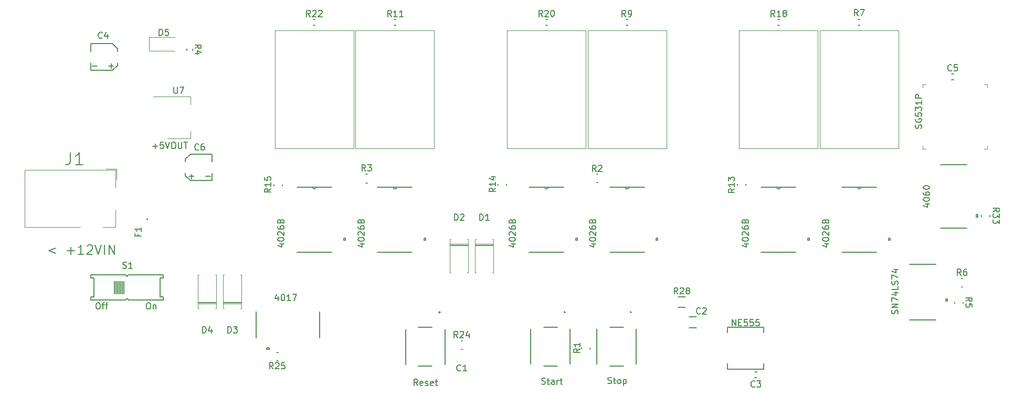
<source format=gbr>
G04 #@! TF.GenerationSoftware,KiCad,Pcbnew,(5.1.4)-1*
G04 #@! TF.CreationDate,2020-03-26T15:58:28-04:00*
G04 #@! TF.ProjectId,counter,636f756e-7465-4722-9e6b-696361645f70,v01*
G04 #@! TF.SameCoordinates,Original*
G04 #@! TF.FileFunction,Legend,Top*
G04 #@! TF.FilePolarity,Positive*
%FSLAX46Y46*%
G04 Gerber Fmt 4.6, Leading zero omitted, Abs format (unit mm)*
G04 Created by KiCad (PCBNEW (5.1.4)-1) date 2020-03-26 15:58:28*
%MOMM*%
%LPD*%
G04 APERTURE LIST*
%ADD10C,0.150000*%
%ADD11C,0.152400*%
%ADD12C,0.127000*%
%ADD13C,0.120000*%
%ADD14C,0.100000*%
%ADD15C,0.200000*%
G04 APERTURE END LIST*
D10*
X88169904Y-118403714D02*
X88169904Y-119070380D01*
X87931809Y-118022761D02*
X87693714Y-118737047D01*
X88312761Y-118737047D01*
X88884190Y-118070380D02*
X88979428Y-118070380D01*
X89074666Y-118118000D01*
X89122285Y-118165619D01*
X89169904Y-118260857D01*
X89217523Y-118451333D01*
X89217523Y-118689428D01*
X89169904Y-118879904D01*
X89122285Y-118975142D01*
X89074666Y-119022761D01*
X88979428Y-119070380D01*
X88884190Y-119070380D01*
X88788952Y-119022761D01*
X88741333Y-118975142D01*
X88693714Y-118879904D01*
X88646095Y-118689428D01*
X88646095Y-118451333D01*
X88693714Y-118260857D01*
X88741333Y-118165619D01*
X88788952Y-118118000D01*
X88884190Y-118070380D01*
X90169904Y-119070380D02*
X89598476Y-119070380D01*
X89884190Y-119070380D02*
X89884190Y-118070380D01*
X89788952Y-118213238D01*
X89693714Y-118308476D01*
X89598476Y-118356095D01*
X90503238Y-118070380D02*
X91169904Y-118070380D01*
X90741333Y-119070380D01*
X161409333Y-123134380D02*
X161409333Y-122134380D01*
X161980761Y-123134380D01*
X161980761Y-122134380D01*
X162456952Y-122610571D02*
X162790285Y-122610571D01*
X162933142Y-123134380D02*
X162456952Y-123134380D01*
X162456952Y-122134380D01*
X162933142Y-122134380D01*
X163837904Y-122134380D02*
X163361714Y-122134380D01*
X163314095Y-122610571D01*
X163361714Y-122562952D01*
X163456952Y-122515333D01*
X163695047Y-122515333D01*
X163790285Y-122562952D01*
X163837904Y-122610571D01*
X163885523Y-122705809D01*
X163885523Y-122943904D01*
X163837904Y-123039142D01*
X163790285Y-123086761D01*
X163695047Y-123134380D01*
X163456952Y-123134380D01*
X163361714Y-123086761D01*
X163314095Y-123039142D01*
X164790285Y-122134380D02*
X164314095Y-122134380D01*
X164266476Y-122610571D01*
X164314095Y-122562952D01*
X164409333Y-122515333D01*
X164647428Y-122515333D01*
X164742666Y-122562952D01*
X164790285Y-122610571D01*
X164837904Y-122705809D01*
X164837904Y-122943904D01*
X164790285Y-123039142D01*
X164742666Y-123086761D01*
X164647428Y-123134380D01*
X164409333Y-123134380D01*
X164314095Y-123086761D01*
X164266476Y-123039142D01*
X165742666Y-122134380D02*
X165266476Y-122134380D01*
X165218857Y-122610571D01*
X165266476Y-122562952D01*
X165361714Y-122515333D01*
X165599809Y-122515333D01*
X165695047Y-122562952D01*
X165742666Y-122610571D01*
X165790285Y-122705809D01*
X165790285Y-122943904D01*
X165742666Y-123039142D01*
X165695047Y-123086761D01*
X165599809Y-123134380D01*
X165361714Y-123134380D01*
X165266476Y-123086761D01*
X165218857Y-123039142D01*
X188110761Y-121197238D02*
X188158380Y-121054380D01*
X188158380Y-120816285D01*
X188110761Y-120721047D01*
X188063142Y-120673428D01*
X187967904Y-120625809D01*
X187872666Y-120625809D01*
X187777428Y-120673428D01*
X187729809Y-120721047D01*
X187682190Y-120816285D01*
X187634571Y-121006761D01*
X187586952Y-121102000D01*
X187539333Y-121149619D01*
X187444095Y-121197238D01*
X187348857Y-121197238D01*
X187253619Y-121149619D01*
X187206000Y-121102000D01*
X187158380Y-121006761D01*
X187158380Y-120768666D01*
X187206000Y-120625809D01*
X188158380Y-120197238D02*
X187158380Y-120197238D01*
X188158380Y-119625809D01*
X187158380Y-119625809D01*
X187158380Y-119244857D02*
X187158380Y-118578190D01*
X188158380Y-119006761D01*
X187491714Y-117768666D02*
X188158380Y-117768666D01*
X187110761Y-118006761D02*
X187825047Y-118244857D01*
X187825047Y-117625809D01*
X188158380Y-116768666D02*
X188158380Y-117244857D01*
X187158380Y-117244857D01*
X188110761Y-116482952D02*
X188158380Y-116340095D01*
X188158380Y-116102000D01*
X188110761Y-116006761D01*
X188063142Y-115959142D01*
X187967904Y-115911523D01*
X187872666Y-115911523D01*
X187777428Y-115959142D01*
X187729809Y-116006761D01*
X187682190Y-116102000D01*
X187634571Y-116292476D01*
X187586952Y-116387714D01*
X187539333Y-116435333D01*
X187444095Y-116482952D01*
X187348857Y-116482952D01*
X187253619Y-116435333D01*
X187206000Y-116387714D01*
X187158380Y-116292476D01*
X187158380Y-116054380D01*
X187206000Y-115911523D01*
X187158380Y-115578190D02*
X187158380Y-114911523D01*
X188158380Y-115340095D01*
X187491714Y-114102000D02*
X188158380Y-114102000D01*
X187110761Y-114340095D02*
X187825047Y-114578190D01*
X187825047Y-113959142D01*
X191920761Y-91258685D02*
X191968380Y-91115828D01*
X191968380Y-90877733D01*
X191920761Y-90782495D01*
X191873142Y-90734876D01*
X191777904Y-90687257D01*
X191682666Y-90687257D01*
X191587428Y-90734876D01*
X191539809Y-90782495D01*
X191492190Y-90877733D01*
X191444571Y-91068209D01*
X191396952Y-91163447D01*
X191349333Y-91211066D01*
X191254095Y-91258685D01*
X191158857Y-91258685D01*
X191063619Y-91211066D01*
X191016000Y-91163447D01*
X190968380Y-91068209D01*
X190968380Y-90830114D01*
X191016000Y-90687257D01*
X191016000Y-89734876D02*
X190968380Y-89830114D01*
X190968380Y-89972971D01*
X191016000Y-90115828D01*
X191111238Y-90211066D01*
X191206476Y-90258685D01*
X191396952Y-90306304D01*
X191539809Y-90306304D01*
X191730285Y-90258685D01*
X191825523Y-90211066D01*
X191920761Y-90115828D01*
X191968380Y-89972971D01*
X191968380Y-89877733D01*
X191920761Y-89734876D01*
X191873142Y-89687257D01*
X191539809Y-89687257D01*
X191539809Y-89877733D01*
X190968380Y-88782495D02*
X190968380Y-89258685D01*
X191444571Y-89306304D01*
X191396952Y-89258685D01*
X191349333Y-89163447D01*
X191349333Y-88925352D01*
X191396952Y-88830114D01*
X191444571Y-88782495D01*
X191539809Y-88734876D01*
X191777904Y-88734876D01*
X191873142Y-88782495D01*
X191920761Y-88830114D01*
X191968380Y-88925352D01*
X191968380Y-89163447D01*
X191920761Y-89258685D01*
X191873142Y-89306304D01*
X190968380Y-88401542D02*
X190968380Y-87782495D01*
X191349333Y-88115828D01*
X191349333Y-87972971D01*
X191396952Y-87877733D01*
X191444571Y-87830114D01*
X191539809Y-87782495D01*
X191777904Y-87782495D01*
X191873142Y-87830114D01*
X191920761Y-87877733D01*
X191968380Y-87972971D01*
X191968380Y-88258685D01*
X191920761Y-88353923D01*
X191873142Y-88401542D01*
X191968380Y-86830114D02*
X191968380Y-87401542D01*
X191968380Y-87115828D02*
X190968380Y-87115828D01*
X191111238Y-87211066D01*
X191206476Y-87306304D01*
X191254095Y-87401542D01*
X191968380Y-86401542D02*
X190968380Y-86401542D01*
X190968380Y-86020590D01*
X191016000Y-85925352D01*
X191063619Y-85877733D01*
X191158857Y-85830114D01*
X191301714Y-85830114D01*
X191396952Y-85877733D01*
X191444571Y-85925352D01*
X191492190Y-86020590D01*
X191492190Y-86401542D01*
X192571714Y-103498495D02*
X193238380Y-103498495D01*
X192190761Y-103736590D02*
X192905047Y-103974685D01*
X192905047Y-103355638D01*
X192238380Y-102784209D02*
X192238380Y-102688971D01*
X192286000Y-102593733D01*
X192333619Y-102546114D01*
X192428857Y-102498495D01*
X192619333Y-102450876D01*
X192857428Y-102450876D01*
X193047904Y-102498495D01*
X193143142Y-102546114D01*
X193190761Y-102593733D01*
X193238380Y-102688971D01*
X193238380Y-102784209D01*
X193190761Y-102879447D01*
X193143142Y-102927066D01*
X193047904Y-102974685D01*
X192857428Y-103022304D01*
X192619333Y-103022304D01*
X192428857Y-102974685D01*
X192333619Y-102927066D01*
X192286000Y-102879447D01*
X192238380Y-102784209D01*
X192238380Y-101593733D02*
X192238380Y-101784209D01*
X192286000Y-101879447D01*
X192333619Y-101927066D01*
X192476476Y-102022304D01*
X192666952Y-102069923D01*
X193047904Y-102069923D01*
X193143142Y-102022304D01*
X193190761Y-101974685D01*
X193238380Y-101879447D01*
X193238380Y-101688971D01*
X193190761Y-101593733D01*
X193143142Y-101546114D01*
X193047904Y-101498495D01*
X192809809Y-101498495D01*
X192714571Y-101546114D01*
X192666952Y-101593733D01*
X192619333Y-101688971D01*
X192619333Y-101879447D01*
X192666952Y-101974685D01*
X192714571Y-102022304D01*
X192809809Y-102069923D01*
X192238380Y-100879447D02*
X192238380Y-100784209D01*
X192286000Y-100688971D01*
X192333619Y-100641352D01*
X192428857Y-100593733D01*
X192619333Y-100546114D01*
X192857428Y-100546114D01*
X193047904Y-100593733D01*
X193143142Y-100641352D01*
X193190761Y-100688971D01*
X193238380Y-100784209D01*
X193238380Y-100879447D01*
X193190761Y-100974685D01*
X193143142Y-101022304D01*
X193047904Y-101069923D01*
X192857428Y-101117542D01*
X192619333Y-101117542D01*
X192428857Y-101069923D01*
X192333619Y-101022304D01*
X192286000Y-100974685D01*
X192238380Y-100879447D01*
X176315714Y-109942095D02*
X176982380Y-109942095D01*
X175934761Y-110180190D02*
X176649047Y-110418285D01*
X176649047Y-109799238D01*
X175982380Y-109227809D02*
X175982380Y-109132571D01*
X176030000Y-109037333D01*
X176077619Y-108989714D01*
X176172857Y-108942095D01*
X176363333Y-108894476D01*
X176601428Y-108894476D01*
X176791904Y-108942095D01*
X176887142Y-108989714D01*
X176934761Y-109037333D01*
X176982380Y-109132571D01*
X176982380Y-109227809D01*
X176934761Y-109323047D01*
X176887142Y-109370666D01*
X176791904Y-109418285D01*
X176601428Y-109465904D01*
X176363333Y-109465904D01*
X176172857Y-109418285D01*
X176077619Y-109370666D01*
X176030000Y-109323047D01*
X175982380Y-109227809D01*
X176077619Y-108513523D02*
X176030000Y-108465904D01*
X175982380Y-108370666D01*
X175982380Y-108132571D01*
X176030000Y-108037333D01*
X176077619Y-107989714D01*
X176172857Y-107942095D01*
X176268095Y-107942095D01*
X176410952Y-107989714D01*
X176982380Y-108561142D01*
X176982380Y-107942095D01*
X175982380Y-107084952D02*
X175982380Y-107275428D01*
X176030000Y-107370666D01*
X176077619Y-107418285D01*
X176220476Y-107513523D01*
X176410952Y-107561142D01*
X176791904Y-107561142D01*
X176887142Y-107513523D01*
X176934761Y-107465904D01*
X176982380Y-107370666D01*
X176982380Y-107180190D01*
X176934761Y-107084952D01*
X176887142Y-107037333D01*
X176791904Y-106989714D01*
X176553809Y-106989714D01*
X176458571Y-107037333D01*
X176410952Y-107084952D01*
X176363333Y-107180190D01*
X176363333Y-107370666D01*
X176410952Y-107465904D01*
X176458571Y-107513523D01*
X176553809Y-107561142D01*
X176458571Y-106227809D02*
X176506190Y-106084952D01*
X176553809Y-106037333D01*
X176649047Y-105989714D01*
X176791904Y-105989714D01*
X176887142Y-106037333D01*
X176934761Y-106084952D01*
X176982380Y-106180190D01*
X176982380Y-106561142D01*
X175982380Y-106561142D01*
X175982380Y-106227809D01*
X176030000Y-106132571D01*
X176077619Y-106084952D01*
X176172857Y-106037333D01*
X176268095Y-106037333D01*
X176363333Y-106084952D01*
X176410952Y-106132571D01*
X176458571Y-106227809D01*
X176458571Y-106561142D01*
X163361714Y-109942095D02*
X164028380Y-109942095D01*
X162980761Y-110180190D02*
X163695047Y-110418285D01*
X163695047Y-109799238D01*
X163028380Y-109227809D02*
X163028380Y-109132571D01*
X163076000Y-109037333D01*
X163123619Y-108989714D01*
X163218857Y-108942095D01*
X163409333Y-108894476D01*
X163647428Y-108894476D01*
X163837904Y-108942095D01*
X163933142Y-108989714D01*
X163980761Y-109037333D01*
X164028380Y-109132571D01*
X164028380Y-109227809D01*
X163980761Y-109323047D01*
X163933142Y-109370666D01*
X163837904Y-109418285D01*
X163647428Y-109465904D01*
X163409333Y-109465904D01*
X163218857Y-109418285D01*
X163123619Y-109370666D01*
X163076000Y-109323047D01*
X163028380Y-109227809D01*
X163123619Y-108513523D02*
X163076000Y-108465904D01*
X163028380Y-108370666D01*
X163028380Y-108132571D01*
X163076000Y-108037333D01*
X163123619Y-107989714D01*
X163218857Y-107942095D01*
X163314095Y-107942095D01*
X163456952Y-107989714D01*
X164028380Y-108561142D01*
X164028380Y-107942095D01*
X163028380Y-107084952D02*
X163028380Y-107275428D01*
X163076000Y-107370666D01*
X163123619Y-107418285D01*
X163266476Y-107513523D01*
X163456952Y-107561142D01*
X163837904Y-107561142D01*
X163933142Y-107513523D01*
X163980761Y-107465904D01*
X164028380Y-107370666D01*
X164028380Y-107180190D01*
X163980761Y-107084952D01*
X163933142Y-107037333D01*
X163837904Y-106989714D01*
X163599809Y-106989714D01*
X163504571Y-107037333D01*
X163456952Y-107084952D01*
X163409333Y-107180190D01*
X163409333Y-107370666D01*
X163456952Y-107465904D01*
X163504571Y-107513523D01*
X163599809Y-107561142D01*
X163504571Y-106227809D02*
X163552190Y-106084952D01*
X163599809Y-106037333D01*
X163695047Y-105989714D01*
X163837904Y-105989714D01*
X163933142Y-106037333D01*
X163980761Y-106084952D01*
X164028380Y-106180190D01*
X164028380Y-106561142D01*
X163028380Y-106561142D01*
X163028380Y-106227809D01*
X163076000Y-106132571D01*
X163123619Y-106084952D01*
X163218857Y-106037333D01*
X163314095Y-106037333D01*
X163409333Y-106084952D01*
X163456952Y-106132571D01*
X163504571Y-106227809D01*
X163504571Y-106561142D01*
X138723714Y-109942095D02*
X139390380Y-109942095D01*
X138342761Y-110180190D02*
X139057047Y-110418285D01*
X139057047Y-109799238D01*
X138390380Y-109227809D02*
X138390380Y-109132571D01*
X138438000Y-109037333D01*
X138485619Y-108989714D01*
X138580857Y-108942095D01*
X138771333Y-108894476D01*
X139009428Y-108894476D01*
X139199904Y-108942095D01*
X139295142Y-108989714D01*
X139342761Y-109037333D01*
X139390380Y-109132571D01*
X139390380Y-109227809D01*
X139342761Y-109323047D01*
X139295142Y-109370666D01*
X139199904Y-109418285D01*
X139009428Y-109465904D01*
X138771333Y-109465904D01*
X138580857Y-109418285D01*
X138485619Y-109370666D01*
X138438000Y-109323047D01*
X138390380Y-109227809D01*
X138485619Y-108513523D02*
X138438000Y-108465904D01*
X138390380Y-108370666D01*
X138390380Y-108132571D01*
X138438000Y-108037333D01*
X138485619Y-107989714D01*
X138580857Y-107942095D01*
X138676095Y-107942095D01*
X138818952Y-107989714D01*
X139390380Y-108561142D01*
X139390380Y-107942095D01*
X138390380Y-107084952D02*
X138390380Y-107275428D01*
X138438000Y-107370666D01*
X138485619Y-107418285D01*
X138628476Y-107513523D01*
X138818952Y-107561142D01*
X139199904Y-107561142D01*
X139295142Y-107513523D01*
X139342761Y-107465904D01*
X139390380Y-107370666D01*
X139390380Y-107180190D01*
X139342761Y-107084952D01*
X139295142Y-107037333D01*
X139199904Y-106989714D01*
X138961809Y-106989714D01*
X138866571Y-107037333D01*
X138818952Y-107084952D01*
X138771333Y-107180190D01*
X138771333Y-107370666D01*
X138818952Y-107465904D01*
X138866571Y-107513523D01*
X138961809Y-107561142D01*
X138866571Y-106227809D02*
X138914190Y-106084952D01*
X138961809Y-106037333D01*
X139057047Y-105989714D01*
X139199904Y-105989714D01*
X139295142Y-106037333D01*
X139342761Y-106084952D01*
X139390380Y-106180190D01*
X139390380Y-106561142D01*
X138390380Y-106561142D01*
X138390380Y-106227809D01*
X138438000Y-106132571D01*
X138485619Y-106084952D01*
X138580857Y-106037333D01*
X138676095Y-106037333D01*
X138771333Y-106084952D01*
X138818952Y-106132571D01*
X138866571Y-106227809D01*
X138866571Y-106561142D01*
X125769714Y-109942095D02*
X126436380Y-109942095D01*
X125388761Y-110180190D02*
X126103047Y-110418285D01*
X126103047Y-109799238D01*
X125436380Y-109227809D02*
X125436380Y-109132571D01*
X125484000Y-109037333D01*
X125531619Y-108989714D01*
X125626857Y-108942095D01*
X125817333Y-108894476D01*
X126055428Y-108894476D01*
X126245904Y-108942095D01*
X126341142Y-108989714D01*
X126388761Y-109037333D01*
X126436380Y-109132571D01*
X126436380Y-109227809D01*
X126388761Y-109323047D01*
X126341142Y-109370666D01*
X126245904Y-109418285D01*
X126055428Y-109465904D01*
X125817333Y-109465904D01*
X125626857Y-109418285D01*
X125531619Y-109370666D01*
X125484000Y-109323047D01*
X125436380Y-109227809D01*
X125531619Y-108513523D02*
X125484000Y-108465904D01*
X125436380Y-108370666D01*
X125436380Y-108132571D01*
X125484000Y-108037333D01*
X125531619Y-107989714D01*
X125626857Y-107942095D01*
X125722095Y-107942095D01*
X125864952Y-107989714D01*
X126436380Y-108561142D01*
X126436380Y-107942095D01*
X125436380Y-107084952D02*
X125436380Y-107275428D01*
X125484000Y-107370666D01*
X125531619Y-107418285D01*
X125674476Y-107513523D01*
X125864952Y-107561142D01*
X126245904Y-107561142D01*
X126341142Y-107513523D01*
X126388761Y-107465904D01*
X126436380Y-107370666D01*
X126436380Y-107180190D01*
X126388761Y-107084952D01*
X126341142Y-107037333D01*
X126245904Y-106989714D01*
X126007809Y-106989714D01*
X125912571Y-107037333D01*
X125864952Y-107084952D01*
X125817333Y-107180190D01*
X125817333Y-107370666D01*
X125864952Y-107465904D01*
X125912571Y-107513523D01*
X126007809Y-107561142D01*
X125912571Y-106227809D02*
X125960190Y-106084952D01*
X126007809Y-106037333D01*
X126103047Y-105989714D01*
X126245904Y-105989714D01*
X126341142Y-106037333D01*
X126388761Y-106084952D01*
X126436380Y-106180190D01*
X126436380Y-106561142D01*
X125436380Y-106561142D01*
X125436380Y-106227809D01*
X125484000Y-106132571D01*
X125531619Y-106084952D01*
X125626857Y-106037333D01*
X125722095Y-106037333D01*
X125817333Y-106084952D01*
X125864952Y-106132571D01*
X125912571Y-106227809D01*
X125912571Y-106561142D01*
X101385714Y-109942095D02*
X102052380Y-109942095D01*
X101004761Y-110180190D02*
X101719047Y-110418285D01*
X101719047Y-109799238D01*
X101052380Y-109227809D02*
X101052380Y-109132571D01*
X101100000Y-109037333D01*
X101147619Y-108989714D01*
X101242857Y-108942095D01*
X101433333Y-108894476D01*
X101671428Y-108894476D01*
X101861904Y-108942095D01*
X101957142Y-108989714D01*
X102004761Y-109037333D01*
X102052380Y-109132571D01*
X102052380Y-109227809D01*
X102004761Y-109323047D01*
X101957142Y-109370666D01*
X101861904Y-109418285D01*
X101671428Y-109465904D01*
X101433333Y-109465904D01*
X101242857Y-109418285D01*
X101147619Y-109370666D01*
X101100000Y-109323047D01*
X101052380Y-109227809D01*
X101147619Y-108513523D02*
X101100000Y-108465904D01*
X101052380Y-108370666D01*
X101052380Y-108132571D01*
X101100000Y-108037333D01*
X101147619Y-107989714D01*
X101242857Y-107942095D01*
X101338095Y-107942095D01*
X101480952Y-107989714D01*
X102052380Y-108561142D01*
X102052380Y-107942095D01*
X101052380Y-107084952D02*
X101052380Y-107275428D01*
X101100000Y-107370666D01*
X101147619Y-107418285D01*
X101290476Y-107513523D01*
X101480952Y-107561142D01*
X101861904Y-107561142D01*
X101957142Y-107513523D01*
X102004761Y-107465904D01*
X102052380Y-107370666D01*
X102052380Y-107180190D01*
X102004761Y-107084952D01*
X101957142Y-107037333D01*
X101861904Y-106989714D01*
X101623809Y-106989714D01*
X101528571Y-107037333D01*
X101480952Y-107084952D01*
X101433333Y-107180190D01*
X101433333Y-107370666D01*
X101480952Y-107465904D01*
X101528571Y-107513523D01*
X101623809Y-107561142D01*
X101528571Y-106227809D02*
X101576190Y-106084952D01*
X101623809Y-106037333D01*
X101719047Y-105989714D01*
X101861904Y-105989714D01*
X101957142Y-106037333D01*
X102004761Y-106084952D01*
X102052380Y-106180190D01*
X102052380Y-106561142D01*
X101052380Y-106561142D01*
X101052380Y-106227809D01*
X101100000Y-106132571D01*
X101147619Y-106084952D01*
X101242857Y-106037333D01*
X101338095Y-106037333D01*
X101433333Y-106084952D01*
X101480952Y-106132571D01*
X101528571Y-106227809D01*
X101528571Y-106561142D01*
X88431714Y-109942095D02*
X89098380Y-109942095D01*
X88050761Y-110180190D02*
X88765047Y-110418285D01*
X88765047Y-109799238D01*
X88098380Y-109227809D02*
X88098380Y-109132571D01*
X88146000Y-109037333D01*
X88193619Y-108989714D01*
X88288857Y-108942095D01*
X88479333Y-108894476D01*
X88717428Y-108894476D01*
X88907904Y-108942095D01*
X89003142Y-108989714D01*
X89050761Y-109037333D01*
X89098380Y-109132571D01*
X89098380Y-109227809D01*
X89050761Y-109323047D01*
X89003142Y-109370666D01*
X88907904Y-109418285D01*
X88717428Y-109465904D01*
X88479333Y-109465904D01*
X88288857Y-109418285D01*
X88193619Y-109370666D01*
X88146000Y-109323047D01*
X88098380Y-109227809D01*
X88193619Y-108513523D02*
X88146000Y-108465904D01*
X88098380Y-108370666D01*
X88098380Y-108132571D01*
X88146000Y-108037333D01*
X88193619Y-107989714D01*
X88288857Y-107942095D01*
X88384095Y-107942095D01*
X88526952Y-107989714D01*
X89098380Y-108561142D01*
X89098380Y-107942095D01*
X88098380Y-107084952D02*
X88098380Y-107275428D01*
X88146000Y-107370666D01*
X88193619Y-107418285D01*
X88336476Y-107513523D01*
X88526952Y-107561142D01*
X88907904Y-107561142D01*
X89003142Y-107513523D01*
X89050761Y-107465904D01*
X89098380Y-107370666D01*
X89098380Y-107180190D01*
X89050761Y-107084952D01*
X89003142Y-107037333D01*
X88907904Y-106989714D01*
X88669809Y-106989714D01*
X88574571Y-107037333D01*
X88526952Y-107084952D01*
X88479333Y-107180190D01*
X88479333Y-107370666D01*
X88526952Y-107465904D01*
X88574571Y-107513523D01*
X88669809Y-107561142D01*
X88574571Y-106227809D02*
X88622190Y-106084952D01*
X88669809Y-106037333D01*
X88765047Y-105989714D01*
X88907904Y-105989714D01*
X89003142Y-106037333D01*
X89050761Y-106084952D01*
X89098380Y-106180190D01*
X89098380Y-106561142D01*
X88098380Y-106561142D01*
X88098380Y-106227809D01*
X88146000Y-106132571D01*
X88193619Y-106084952D01*
X88288857Y-106037333D01*
X88384095Y-106037333D01*
X88479333Y-106084952D01*
X88526952Y-106132571D01*
X88574571Y-106227809D01*
X88574571Y-106561142D01*
X141373409Y-132433961D02*
X141516266Y-132481580D01*
X141754361Y-132481580D01*
X141849600Y-132433961D01*
X141897219Y-132386342D01*
X141944838Y-132291104D01*
X141944838Y-132195866D01*
X141897219Y-132100628D01*
X141849600Y-132053009D01*
X141754361Y-132005390D01*
X141563885Y-131957771D01*
X141468647Y-131910152D01*
X141421028Y-131862533D01*
X141373409Y-131767295D01*
X141373409Y-131672057D01*
X141421028Y-131576819D01*
X141468647Y-131529200D01*
X141563885Y-131481580D01*
X141801980Y-131481580D01*
X141944838Y-131529200D01*
X142230552Y-131814914D02*
X142611504Y-131814914D01*
X142373409Y-131481580D02*
X142373409Y-132338723D01*
X142421028Y-132433961D01*
X142516266Y-132481580D01*
X142611504Y-132481580D01*
X143087695Y-132481580D02*
X142992457Y-132433961D01*
X142944838Y-132386342D01*
X142897219Y-132291104D01*
X142897219Y-132005390D01*
X142944838Y-131910152D01*
X142992457Y-131862533D01*
X143087695Y-131814914D01*
X143230552Y-131814914D01*
X143325790Y-131862533D01*
X143373409Y-131910152D01*
X143421028Y-132005390D01*
X143421028Y-132291104D01*
X143373409Y-132386342D01*
X143325790Y-132433961D01*
X143230552Y-132481580D01*
X143087695Y-132481580D01*
X143849600Y-131814914D02*
X143849600Y-132814914D01*
X143849600Y-131862533D02*
X143944838Y-131814914D01*
X144135314Y-131814914D01*
X144230552Y-131862533D01*
X144278171Y-131910152D01*
X144325790Y-132005390D01*
X144325790Y-132291104D01*
X144278171Y-132386342D01*
X144230552Y-132433961D01*
X144135314Y-132481580D01*
X143944838Y-132481580D01*
X143849600Y-132433961D01*
X130664152Y-132535561D02*
X130807009Y-132583180D01*
X131045104Y-132583180D01*
X131140342Y-132535561D01*
X131187961Y-132487942D01*
X131235580Y-132392704D01*
X131235580Y-132297466D01*
X131187961Y-132202228D01*
X131140342Y-132154609D01*
X131045104Y-132106990D01*
X130854628Y-132059371D01*
X130759390Y-132011752D01*
X130711771Y-131964133D01*
X130664152Y-131868895D01*
X130664152Y-131773657D01*
X130711771Y-131678419D01*
X130759390Y-131630800D01*
X130854628Y-131583180D01*
X131092723Y-131583180D01*
X131235580Y-131630800D01*
X131521295Y-131916514D02*
X131902247Y-131916514D01*
X131664152Y-131583180D02*
X131664152Y-132440323D01*
X131711771Y-132535561D01*
X131807009Y-132583180D01*
X131902247Y-132583180D01*
X132664152Y-132583180D02*
X132664152Y-132059371D01*
X132616533Y-131964133D01*
X132521295Y-131916514D01*
X132330819Y-131916514D01*
X132235580Y-131964133D01*
X132664152Y-132535561D02*
X132568914Y-132583180D01*
X132330819Y-132583180D01*
X132235580Y-132535561D01*
X132187961Y-132440323D01*
X132187961Y-132345085D01*
X132235580Y-132249847D01*
X132330819Y-132202228D01*
X132568914Y-132202228D01*
X132664152Y-132154609D01*
X133140342Y-132583180D02*
X133140342Y-131916514D01*
X133140342Y-132106990D02*
X133187961Y-132011752D01*
X133235580Y-131964133D01*
X133330819Y-131916514D01*
X133426057Y-131916514D01*
X133616533Y-131916514D02*
X133997485Y-131916514D01*
X133759390Y-131583180D02*
X133759390Y-132440323D01*
X133807009Y-132535561D01*
X133902247Y-132583180D01*
X133997485Y-132583180D01*
X110674304Y-132786380D02*
X110340971Y-132310190D01*
X110102876Y-132786380D02*
X110102876Y-131786380D01*
X110483828Y-131786380D01*
X110579066Y-131834000D01*
X110626685Y-131881619D01*
X110674304Y-131976857D01*
X110674304Y-132119714D01*
X110626685Y-132214952D01*
X110579066Y-132262571D01*
X110483828Y-132310190D01*
X110102876Y-132310190D01*
X111483828Y-132738761D02*
X111388590Y-132786380D01*
X111198114Y-132786380D01*
X111102876Y-132738761D01*
X111055257Y-132643523D01*
X111055257Y-132262571D01*
X111102876Y-132167333D01*
X111198114Y-132119714D01*
X111388590Y-132119714D01*
X111483828Y-132167333D01*
X111531447Y-132262571D01*
X111531447Y-132357809D01*
X111055257Y-132453047D01*
X111912400Y-132738761D02*
X112007638Y-132786380D01*
X112198114Y-132786380D01*
X112293352Y-132738761D01*
X112340971Y-132643523D01*
X112340971Y-132595904D01*
X112293352Y-132500666D01*
X112198114Y-132453047D01*
X112055257Y-132453047D01*
X111960019Y-132405428D01*
X111912400Y-132310190D01*
X111912400Y-132262571D01*
X111960019Y-132167333D01*
X112055257Y-132119714D01*
X112198114Y-132119714D01*
X112293352Y-132167333D01*
X113150495Y-132738761D02*
X113055257Y-132786380D01*
X112864780Y-132786380D01*
X112769542Y-132738761D01*
X112721923Y-132643523D01*
X112721923Y-132262571D01*
X112769542Y-132167333D01*
X112864780Y-132119714D01*
X113055257Y-132119714D01*
X113150495Y-132167333D01*
X113198114Y-132262571D01*
X113198114Y-132357809D01*
X112721923Y-132453047D01*
X113483828Y-132119714D02*
X113864780Y-132119714D01*
X113626685Y-131786380D02*
X113626685Y-132643523D01*
X113674304Y-132738761D01*
X113769542Y-132786380D01*
X113864780Y-132786380D01*
X67948514Y-94153028D02*
X68710419Y-94153028D01*
X68329466Y-94533980D02*
X68329466Y-93772076D01*
X69662800Y-93533980D02*
X69186609Y-93533980D01*
X69138990Y-94010171D01*
X69186609Y-93962552D01*
X69281847Y-93914933D01*
X69519942Y-93914933D01*
X69615180Y-93962552D01*
X69662800Y-94010171D01*
X69710419Y-94105409D01*
X69710419Y-94343504D01*
X69662800Y-94438742D01*
X69615180Y-94486361D01*
X69519942Y-94533980D01*
X69281847Y-94533980D01*
X69186609Y-94486361D01*
X69138990Y-94438742D01*
X69996133Y-93533980D02*
X70329466Y-94533980D01*
X70662800Y-93533980D01*
X71186609Y-93533980D02*
X71377085Y-93533980D01*
X71472323Y-93581600D01*
X71567561Y-93676838D01*
X71615180Y-93867314D01*
X71615180Y-94200647D01*
X71567561Y-94391123D01*
X71472323Y-94486361D01*
X71377085Y-94533980D01*
X71186609Y-94533980D01*
X71091371Y-94486361D01*
X70996133Y-94391123D01*
X70948514Y-94200647D01*
X70948514Y-93867314D01*
X70996133Y-93676838D01*
X71091371Y-93581600D01*
X71186609Y-93533980D01*
X72043752Y-93533980D02*
X72043752Y-94343504D01*
X72091371Y-94438742D01*
X72138990Y-94486361D01*
X72234228Y-94533980D01*
X72424704Y-94533980D01*
X72519942Y-94486361D01*
X72567561Y-94438742D01*
X72615180Y-94343504D01*
X72615180Y-93533980D01*
X72948514Y-93533980D02*
X73519942Y-93533980D01*
X73234228Y-94533980D02*
X73234228Y-93533980D01*
X52295942Y-110600371D02*
X51153085Y-111028942D01*
X52295942Y-111457514D01*
X54153085Y-111028942D02*
X55295942Y-111028942D01*
X54724514Y-111600371D02*
X54724514Y-110457514D01*
X56795942Y-111600371D02*
X55938800Y-111600371D01*
X56367371Y-111600371D02*
X56367371Y-110100371D01*
X56224514Y-110314657D01*
X56081657Y-110457514D01*
X55938800Y-110528942D01*
X57367371Y-110243228D02*
X57438800Y-110171800D01*
X57581657Y-110100371D01*
X57938800Y-110100371D01*
X58081657Y-110171800D01*
X58153085Y-110243228D01*
X58224514Y-110386085D01*
X58224514Y-110528942D01*
X58153085Y-110743228D01*
X57295942Y-111600371D01*
X58224514Y-111600371D01*
X58653085Y-110100371D02*
X59153085Y-111600371D01*
X59653085Y-110100371D01*
X60153085Y-111600371D02*
X60153085Y-110100371D01*
X60867371Y-111600371D02*
X60867371Y-110100371D01*
X61724514Y-111600371D01*
X61724514Y-110100371D01*
X77215952Y-99013971D02*
X76454047Y-99013971D01*
X74548952Y-99013971D02*
X73787047Y-99013971D01*
X74168000Y-98633019D02*
X74168000Y-99394923D01*
X60833047Y-81199028D02*
X61594952Y-81199028D01*
X61214000Y-81579980D02*
X61214000Y-80818076D01*
X58166047Y-81199028D02*
X58927952Y-81199028D01*
X67143380Y-119441980D02*
X67333857Y-119441980D01*
X67429095Y-119489600D01*
X67524333Y-119584838D01*
X67571952Y-119775314D01*
X67571952Y-120108647D01*
X67524333Y-120299123D01*
X67429095Y-120394361D01*
X67333857Y-120441980D01*
X67143380Y-120441980D01*
X67048142Y-120394361D01*
X66952904Y-120299123D01*
X66905285Y-120108647D01*
X66905285Y-119775314D01*
X66952904Y-119584838D01*
X67048142Y-119489600D01*
X67143380Y-119441980D01*
X68000523Y-119775314D02*
X68000523Y-120441980D01*
X68000523Y-119870552D02*
X68048142Y-119822933D01*
X68143380Y-119775314D01*
X68286238Y-119775314D01*
X68381476Y-119822933D01*
X68429095Y-119918171D01*
X68429095Y-120441980D01*
X59023333Y-119441980D02*
X59213809Y-119441980D01*
X59309047Y-119489600D01*
X59404285Y-119584838D01*
X59451904Y-119775314D01*
X59451904Y-120108647D01*
X59404285Y-120299123D01*
X59309047Y-120394361D01*
X59213809Y-120441980D01*
X59023333Y-120441980D01*
X58928095Y-120394361D01*
X58832857Y-120299123D01*
X58785238Y-120108647D01*
X58785238Y-119775314D01*
X58832857Y-119584838D01*
X58928095Y-119489600D01*
X59023333Y-119441980D01*
X59737619Y-119775314D02*
X60118571Y-119775314D01*
X59880476Y-120441980D02*
X59880476Y-119584838D01*
X59928095Y-119489600D01*
X60023333Y-119441980D01*
X60118571Y-119441980D01*
X60309047Y-119775314D02*
X60690000Y-119775314D01*
X60451904Y-120441980D02*
X60451904Y-119584838D01*
X60499523Y-119489600D01*
X60594761Y-119441980D01*
X60690000Y-119441980D01*
D11*
X67132200Y-105930700D02*
G75*
G03X67132200Y-105930700I-76200J0D01*
G01*
D12*
X162261000Y-100430000D02*
X162261000Y-100230000D01*
X163621000Y-100430000D02*
X163621000Y-100230000D01*
X107120000Y-74648000D02*
X106880000Y-74648000D01*
X107120000Y-73688000D02*
X106880000Y-73688000D01*
D11*
X141648000Y-111245100D02*
X147236000Y-111245100D01*
X147236000Y-100754900D02*
X141648000Y-100754900D01*
X149407700Y-108984500D02*
X149407700Y-109365500D01*
X149407700Y-109365500D02*
X149153700Y-109365500D01*
X149153700Y-109365500D02*
X149153700Y-108984500D01*
X149153700Y-108984500D02*
X149407700Y-108984500D01*
X144137200Y-100754900D02*
G75*
G03X144746800Y-100754900I304800J0D01*
G01*
D13*
X113350000Y-75475000D02*
X113350000Y-94525000D01*
X100650000Y-75475000D02*
X100650000Y-94525000D01*
X100650000Y-94525000D02*
X113350000Y-94525000D01*
X113350000Y-75475000D02*
X100650000Y-75475000D01*
D12*
X87458000Y-100557000D02*
X87458000Y-100357000D01*
X88818000Y-100557000D02*
X88818000Y-100357000D01*
D11*
X190030100Y-122224800D02*
X194271900Y-122224800D01*
X194271900Y-113233200D02*
X190030100Y-113233200D01*
X196113400Y-118808500D02*
X196113400Y-119189500D01*
X196113400Y-119189500D02*
X195859400Y-119189500D01*
X195859400Y-119189500D02*
X195859400Y-118808500D01*
X195859400Y-118808500D02*
X196113400Y-118808500D01*
D12*
X154497000Y-121655000D02*
X155637000Y-121655000D01*
X154497000Y-123455000D02*
X155637000Y-123455000D01*
X165377000Y-130614000D02*
X165077000Y-130614000D01*
X165377000Y-131514000D02*
X165077000Y-131514000D01*
X62221000Y-78406000D02*
X61421000Y-77606000D01*
X62221000Y-78806000D02*
X62221000Y-78406000D01*
X57921000Y-77606000D02*
X61421000Y-77606000D01*
X57921000Y-78806000D02*
X57921000Y-77606000D01*
X62221000Y-81106000D02*
X61421000Y-81906000D01*
X62221000Y-80706000D02*
X62221000Y-81106000D01*
X57921000Y-81906000D02*
X61421000Y-81906000D01*
X57921000Y-80706000D02*
X57921000Y-81906000D01*
X197127000Y-83381000D02*
X196827000Y-83381000D01*
X197127000Y-82481000D02*
X196827000Y-82481000D01*
X77511800Y-96611400D02*
X77511800Y-95411400D01*
X77511800Y-95411400D02*
X74011800Y-95411400D01*
X73211800Y-96611400D02*
X73211800Y-96211400D01*
X73211800Y-96211400D02*
X74011800Y-95411400D01*
X77511800Y-98511400D02*
X77511800Y-99711400D01*
X77511800Y-99711400D02*
X74011800Y-99711400D01*
X73211800Y-98511400D02*
X73211800Y-98911400D01*
X73211800Y-98911400D02*
X74011800Y-99711400D01*
D13*
X71450000Y-76600900D02*
X67365000Y-76600900D01*
X67365000Y-76600900D02*
X67365000Y-78770900D01*
X67365000Y-78770900D02*
X71450000Y-78770900D01*
X56287000Y-107216000D02*
X47287000Y-107216000D01*
X47287000Y-107216000D02*
X47287000Y-98016000D01*
X47287000Y-98016000D02*
X61887000Y-98016000D01*
X61887000Y-98016000D02*
X61887000Y-100816000D01*
X61887000Y-104416000D02*
X61887000Y-107216000D01*
X61887000Y-107216000D02*
X59887000Y-107216000D01*
X60387000Y-97776000D02*
X62127000Y-97776000D01*
X62127000Y-97776000D02*
X62127000Y-99516000D01*
D11*
X181579200Y-100754900D02*
G75*
G03X182188800Y-100754900I304800J0D01*
G01*
X186595700Y-108984500D02*
X186849700Y-108984500D01*
X186595700Y-109365500D02*
X186595700Y-108984500D01*
X186849700Y-109365500D02*
X186595700Y-109365500D01*
X186849700Y-108984500D02*
X186849700Y-109365500D01*
X184678000Y-100754900D02*
X179090000Y-100754900D01*
X179090000Y-111245100D02*
X184678000Y-111245100D01*
X166090000Y-111245100D02*
X171678000Y-111245100D01*
X171678000Y-100754900D02*
X166090000Y-100754900D01*
X173849700Y-108984500D02*
X173849700Y-109365500D01*
X173849700Y-109365500D02*
X173595700Y-109365500D01*
X173595700Y-109365500D02*
X173595700Y-108984500D01*
X173595700Y-108984500D02*
X173849700Y-108984500D01*
X168579200Y-100754900D02*
G75*
G03X169188800Y-100754900I304800J0D01*
G01*
X106695200Y-100754900D02*
G75*
G03X107304800Y-100754900I304800J0D01*
G01*
X111711700Y-108984500D02*
X111965700Y-108984500D01*
X111711700Y-109365500D02*
X111711700Y-108984500D01*
X111965700Y-109365500D02*
X111711700Y-109365500D01*
X111965700Y-108984500D02*
X111965700Y-109365500D01*
X109794000Y-100754900D02*
X104206000Y-100754900D01*
X104206000Y-111245100D02*
X109794000Y-111245100D01*
X91206000Y-111245100D02*
X96794000Y-111245100D01*
X96794000Y-100754900D02*
X91206000Y-100754900D01*
X98965700Y-108984500D02*
X98965700Y-109365500D01*
X98965700Y-109365500D02*
X98711700Y-109365500D01*
X98711700Y-109365500D02*
X98711700Y-108984500D01*
X98711700Y-108984500D02*
X98965700Y-108984500D01*
X93695200Y-100754900D02*
G75*
G03X94304800Y-100754900I304800J0D01*
G01*
D12*
X137115000Y-126846000D02*
X137115000Y-126646000D01*
X138475000Y-126846000D02*
X138475000Y-126646000D01*
X139536500Y-99994000D02*
X139736500Y-99994000D01*
X139536500Y-98634000D02*
X139736500Y-98634000D01*
X102525500Y-98697500D02*
X102325500Y-98697500D01*
X102525500Y-100057500D02*
X102325500Y-100057500D01*
X74394000Y-78416800D02*
X74394000Y-78656800D01*
X73434000Y-78416800D02*
X73434000Y-78656800D01*
X197313000Y-119480000D02*
X197313000Y-119280000D01*
X198673000Y-119480000D02*
X198673000Y-119280000D01*
X198601000Y-115525000D02*
X198401000Y-115525000D01*
X198601000Y-116885000D02*
X198401000Y-116885000D01*
X182004000Y-73688000D02*
X181764000Y-73688000D01*
X182004000Y-74648000D02*
X181764000Y-74648000D01*
X144562000Y-74648000D02*
X144322000Y-74648000D01*
X144562000Y-73688000D02*
X144322000Y-73688000D01*
X123614900Y-100430000D02*
X123614900Y-100230000D01*
X124974900Y-100430000D02*
X124974900Y-100230000D01*
X169004000Y-74648000D02*
X168764000Y-74648000D01*
X169004000Y-73688000D02*
X168764000Y-73688000D01*
X131562000Y-73688000D02*
X131322000Y-73688000D01*
X131562000Y-74648000D02*
X131322000Y-74648000D01*
X94120000Y-73688000D02*
X93880000Y-73688000D01*
X94120000Y-74648000D02*
X93880000Y-74648000D01*
X117680000Y-125558000D02*
X117880000Y-125558000D01*
X117680000Y-126918000D02*
X117880000Y-126918000D01*
X88123700Y-127414740D02*
X87923700Y-127414740D01*
X88123700Y-128774740D02*
X87923700Y-128774740D01*
X153833600Y-120159200D02*
X152693600Y-120159200D01*
X153833600Y-118499200D02*
X152693600Y-118499200D01*
X201631000Y-105297500D02*
X201631000Y-105497500D01*
X202991000Y-105297500D02*
X202991000Y-105497500D01*
D11*
X131137200Y-100754900D02*
G75*
G03X131746800Y-100754900I304800J0D01*
G01*
X136153700Y-108984500D02*
X136407700Y-108984500D01*
X136153700Y-109365500D02*
X136153700Y-108984500D01*
X136407700Y-109365500D02*
X136153700Y-109365500D01*
X136407700Y-108984500D02*
X136407700Y-109365500D01*
X134236000Y-100754900D02*
X128648000Y-100754900D01*
X128648000Y-111245100D02*
X134236000Y-111245100D01*
X84574200Y-120865900D02*
X84574200Y-125107700D01*
X94835800Y-125107700D02*
X94835800Y-120865900D01*
X86720500Y-126949200D02*
X86339500Y-126949200D01*
X86339500Y-126949200D02*
X86339500Y-126695200D01*
X86339500Y-126695200D02*
X86720500Y-126695200D01*
X86720500Y-126695200D02*
X86720500Y-126949200D01*
X194983100Y-107365800D02*
X199224900Y-107365800D01*
X199224900Y-97104200D02*
X194983100Y-97104200D01*
X201066400Y-105219500D02*
X201066400Y-105600500D01*
X201066400Y-105600500D02*
X200812400Y-105600500D01*
X200812400Y-105600500D02*
X200812400Y-105219500D01*
X200812400Y-105219500D02*
X201066400Y-105219500D01*
X160655000Y-130124200D02*
X166497000Y-130124200D01*
X166497000Y-130124200D02*
X166497000Y-129263140D01*
X166497000Y-123367800D02*
X160655000Y-123367800D01*
X160655000Y-123367800D02*
X160655000Y-124228860D01*
X160655000Y-129263140D02*
X160655000Y-130124200D01*
X166497000Y-124228860D02*
X166497000Y-123367800D01*
D13*
X74046000Y-92945000D02*
X74046000Y-91685000D01*
X74046000Y-86125000D02*
X74046000Y-87385000D01*
X70286000Y-92945000D02*
X74046000Y-92945000D01*
X68036000Y-86125000D02*
X74046000Y-86125000D01*
D14*
X202538000Y-94598000D02*
X202538000Y-94098000D01*
X202538000Y-94598000D02*
X202038000Y-94598000D01*
X192168000Y-94588000D02*
X192668000Y-94588000D01*
X192168000Y-94588000D02*
X192168000Y-94088000D01*
X192148000Y-84198000D02*
X192148000Y-84698000D01*
X192148000Y-84198000D02*
X192648000Y-84198000D01*
X202548000Y-84198000D02*
X202548000Y-84698000D01*
X202548000Y-84198000D02*
X202048000Y-84198000D01*
D13*
X122882000Y-109947000D02*
X119942000Y-109947000D01*
X122882000Y-110187000D02*
X119942000Y-110187000D01*
X122882000Y-110067000D02*
X119942000Y-110067000D01*
X119942000Y-114607000D02*
X120072000Y-114607000D01*
X119942000Y-109167000D02*
X119942000Y-114607000D01*
X120072000Y-109167000D02*
X119942000Y-109167000D01*
X122882000Y-114607000D02*
X122752000Y-114607000D01*
X122882000Y-109167000D02*
X122882000Y-114607000D01*
X122752000Y-109167000D02*
X122882000Y-109167000D01*
X118688000Y-109167000D02*
X118818000Y-109167000D01*
X118818000Y-109167000D02*
X118818000Y-114607000D01*
X118818000Y-114607000D02*
X118688000Y-114607000D01*
X116008000Y-109167000D02*
X115878000Y-109167000D01*
X115878000Y-109167000D02*
X115878000Y-114607000D01*
X115878000Y-114607000D02*
X116008000Y-114607000D01*
X118818000Y-110067000D02*
X115878000Y-110067000D01*
X118818000Y-110187000D02*
X115878000Y-110187000D01*
X118818000Y-109947000D02*
X115878000Y-109947000D01*
X79302000Y-119542000D02*
X82242000Y-119542000D01*
X79302000Y-119302000D02*
X82242000Y-119302000D01*
X79302000Y-119422000D02*
X82242000Y-119422000D01*
X82242000Y-114882000D02*
X82112000Y-114882000D01*
X82242000Y-120322000D02*
X82242000Y-114882000D01*
X82112000Y-120322000D02*
X82242000Y-120322000D01*
X79302000Y-114882000D02*
X79432000Y-114882000D01*
X79302000Y-120322000D02*
X79302000Y-114882000D01*
X79432000Y-120322000D02*
X79302000Y-120322000D01*
X75368000Y-120322000D02*
X75238000Y-120322000D01*
X75238000Y-120322000D02*
X75238000Y-114882000D01*
X75238000Y-114882000D02*
X75368000Y-114882000D01*
X78048000Y-120322000D02*
X78178000Y-120322000D01*
X78178000Y-120322000D02*
X78178000Y-114882000D01*
X78178000Y-114882000D02*
X78048000Y-114882000D01*
X75238000Y-119422000D02*
X78178000Y-119422000D01*
X75238000Y-119302000D02*
X78178000Y-119302000D01*
X75238000Y-119542000D02*
X78178000Y-119542000D01*
X100350000Y-75475000D02*
X100350000Y-94525000D01*
X87650000Y-75475000D02*
X87650000Y-94525000D01*
X87650000Y-94525000D02*
X100350000Y-94525000D01*
X100350000Y-75475000D02*
X87650000Y-75475000D01*
X188234000Y-75475000D02*
X188234000Y-94525000D01*
X175534000Y-75475000D02*
X175534000Y-94525000D01*
X175534000Y-94525000D02*
X188234000Y-94525000D01*
X188234000Y-75475000D02*
X175534000Y-75475000D01*
X175234000Y-75475000D02*
X162534000Y-75475000D01*
X162534000Y-94525000D02*
X175234000Y-94525000D01*
X162534000Y-75475000D02*
X162534000Y-94525000D01*
X175234000Y-75475000D02*
X175234000Y-94525000D01*
X150792000Y-75475000D02*
X150792000Y-94525000D01*
X138092000Y-75475000D02*
X138092000Y-94525000D01*
X138092000Y-94525000D02*
X150792000Y-94525000D01*
X150792000Y-75475000D02*
X138092000Y-75475000D01*
X137792000Y-75475000D02*
X125092000Y-75475000D01*
X125092000Y-94525000D02*
X137792000Y-94525000D01*
X125092000Y-75475000D02*
X125092000Y-94525000D01*
X137792000Y-75475000D02*
X137792000Y-94525000D01*
D12*
X57912000Y-114935000D02*
X63500000Y-114935000D01*
X63500000Y-114935000D02*
X63754000Y-115189000D01*
X63754000Y-115189000D02*
X64008000Y-114935000D01*
X64008000Y-114935000D02*
X69596000Y-114935000D01*
X69596000Y-114935000D02*
X69596000Y-115443000D01*
X69596000Y-115443000D02*
X69088000Y-115443000D01*
X69088000Y-115443000D02*
X69088000Y-118491000D01*
X69088000Y-118491000D02*
X69596000Y-118491000D01*
X69596000Y-118491000D02*
X69596000Y-118999000D01*
X69596000Y-118999000D02*
X64008000Y-118999000D01*
X64008000Y-118999000D02*
X63754000Y-118745000D01*
X63754000Y-118745000D02*
X63500000Y-118999000D01*
X63500000Y-118999000D02*
X57912000Y-118999000D01*
X57912000Y-118999000D02*
X57912000Y-118491000D01*
X57912000Y-118491000D02*
X58420000Y-118491000D01*
X58420000Y-118491000D02*
X58420000Y-115443000D01*
X58420000Y-115443000D02*
X57912000Y-115443000D01*
X57912000Y-115443000D02*
X57912000Y-114935000D01*
X61722000Y-115951000D02*
X61722000Y-117983000D01*
X61976000Y-117983000D02*
X61976000Y-115951000D01*
X62230000Y-115951000D02*
X62230000Y-117983000D01*
X62484000Y-117983000D02*
X62484000Y-115951000D01*
X62738000Y-115951000D02*
X62738000Y-117983000D01*
X62992000Y-117983000D02*
X62992000Y-115951000D01*
X63246000Y-115951000D02*
X63246000Y-117983000D01*
X145898000Y-123642000D02*
X145898000Y-129342000D01*
X139598000Y-123642000D02*
X139598000Y-129342000D01*
X143848000Y-129642000D02*
X141648000Y-129642000D01*
X141648000Y-123342000D02*
X143848000Y-123342000D01*
D15*
X145148000Y-120942000D02*
G75*
G03X145148000Y-120942000I-100000J0D01*
G01*
X134480000Y-120942000D02*
G75*
G03X134480000Y-120942000I-100000J0D01*
G01*
D12*
X130980000Y-123342000D02*
X133180000Y-123342000D01*
X133180000Y-129642000D02*
X130980000Y-129642000D01*
X128930000Y-123642000D02*
X128930000Y-129342000D01*
X135230000Y-123642000D02*
X135230000Y-129342000D01*
X115049700Y-123680100D02*
X115049700Y-129380100D01*
X108749700Y-123680100D02*
X108749700Y-129380100D01*
X112999700Y-129680100D02*
X110799700Y-129680100D01*
X110799700Y-123380100D02*
X112999700Y-123380100D01*
D15*
X114299700Y-120980100D02*
G75*
G03X114299700Y-120980100I-100000J0D01*
G01*
D10*
X65562171Y-108334133D02*
X65562171Y-108667466D01*
X66085980Y-108667466D02*
X65085980Y-108667466D01*
X65085980Y-108191276D01*
X66085980Y-107286514D02*
X66085980Y-107857942D01*
X66085980Y-107572228D02*
X65085980Y-107572228D01*
X65228838Y-107667466D01*
X65324076Y-107762704D01*
X65371695Y-107857942D01*
X161767780Y-101049057D02*
X161291590Y-101382390D01*
X161767780Y-101620485D02*
X160767780Y-101620485D01*
X160767780Y-101239533D01*
X160815400Y-101144295D01*
X160863019Y-101096676D01*
X160958257Y-101049057D01*
X161101114Y-101049057D01*
X161196352Y-101096676D01*
X161243971Y-101144295D01*
X161291590Y-101239533D01*
X161291590Y-101620485D01*
X161767780Y-100096676D02*
X161767780Y-100668104D01*
X161767780Y-100382390D02*
X160767780Y-100382390D01*
X160910638Y-100477628D01*
X161005876Y-100572866D01*
X161053495Y-100668104D01*
X160767780Y-99763342D02*
X160767780Y-99144295D01*
X161148733Y-99477628D01*
X161148733Y-99334771D01*
X161196352Y-99239533D01*
X161243971Y-99191914D01*
X161339209Y-99144295D01*
X161577304Y-99144295D01*
X161672542Y-99191914D01*
X161720161Y-99239533D01*
X161767780Y-99334771D01*
X161767780Y-99620485D01*
X161720161Y-99715723D01*
X161672542Y-99763342D01*
X106418142Y-73223380D02*
X106084809Y-72747190D01*
X105846714Y-73223380D02*
X105846714Y-72223380D01*
X106227666Y-72223380D01*
X106322904Y-72271000D01*
X106370523Y-72318619D01*
X106418142Y-72413857D01*
X106418142Y-72556714D01*
X106370523Y-72651952D01*
X106322904Y-72699571D01*
X106227666Y-72747190D01*
X105846714Y-72747190D01*
X107370523Y-73223380D02*
X106799095Y-73223380D01*
X107084809Y-73223380D02*
X107084809Y-72223380D01*
X106989571Y-72366238D01*
X106894333Y-72461476D01*
X106799095Y-72509095D01*
X108322904Y-73223380D02*
X107751476Y-73223380D01*
X108037190Y-73223380D02*
X108037190Y-72223380D01*
X107941952Y-72366238D01*
X107846714Y-72461476D01*
X107751476Y-72509095D01*
X86964780Y-100998257D02*
X86488590Y-101331590D01*
X86964780Y-101569685D02*
X85964780Y-101569685D01*
X85964780Y-101188733D01*
X86012400Y-101093495D01*
X86060019Y-101045876D01*
X86155257Y-100998257D01*
X86298114Y-100998257D01*
X86393352Y-101045876D01*
X86440971Y-101093495D01*
X86488590Y-101188733D01*
X86488590Y-101569685D01*
X86964780Y-100045876D02*
X86964780Y-100617304D01*
X86964780Y-100331590D02*
X85964780Y-100331590D01*
X86107638Y-100426828D01*
X86202876Y-100522066D01*
X86250495Y-100617304D01*
X85964780Y-99141114D02*
X85964780Y-99617304D01*
X86440971Y-99664923D01*
X86393352Y-99617304D01*
X86345733Y-99522066D01*
X86345733Y-99283971D01*
X86393352Y-99188733D01*
X86440971Y-99141114D01*
X86536209Y-99093495D01*
X86774304Y-99093495D01*
X86869542Y-99141114D01*
X86917161Y-99188733D01*
X86964780Y-99283971D01*
X86964780Y-99522066D01*
X86917161Y-99617304D01*
X86869542Y-99664923D01*
X117613133Y-130354342D02*
X117565514Y-130401961D01*
X117422657Y-130449580D01*
X117327419Y-130449580D01*
X117184561Y-130401961D01*
X117089323Y-130306723D01*
X117041704Y-130211485D01*
X116994085Y-130021009D01*
X116994085Y-129878152D01*
X117041704Y-129687676D01*
X117089323Y-129592438D01*
X117184561Y-129497200D01*
X117327419Y-129449580D01*
X117422657Y-129449580D01*
X117565514Y-129497200D01*
X117613133Y-129544819D01*
X118565514Y-130449580D02*
X117994085Y-130449580D01*
X118279800Y-130449580D02*
X118279800Y-129449580D01*
X118184561Y-129592438D01*
X118089323Y-129687676D01*
X117994085Y-129735295D01*
X156271933Y-121134142D02*
X156224314Y-121181761D01*
X156081457Y-121229380D01*
X155986219Y-121229380D01*
X155843361Y-121181761D01*
X155748123Y-121086523D01*
X155700504Y-120991285D01*
X155652885Y-120800809D01*
X155652885Y-120657952D01*
X155700504Y-120467476D01*
X155748123Y-120372238D01*
X155843361Y-120277000D01*
X155986219Y-120229380D01*
X156081457Y-120229380D01*
X156224314Y-120277000D01*
X156271933Y-120324619D01*
X156652885Y-120324619D02*
X156700504Y-120277000D01*
X156795742Y-120229380D01*
X157033838Y-120229380D01*
X157129076Y-120277000D01*
X157176695Y-120324619D01*
X157224314Y-120419857D01*
X157224314Y-120515095D01*
X157176695Y-120657952D01*
X156605266Y-121229380D01*
X157224314Y-121229380D01*
X165060333Y-132945142D02*
X165012714Y-132992761D01*
X164869857Y-133040380D01*
X164774619Y-133040380D01*
X164631761Y-132992761D01*
X164536523Y-132897523D01*
X164488904Y-132802285D01*
X164441285Y-132611809D01*
X164441285Y-132468952D01*
X164488904Y-132278476D01*
X164536523Y-132183238D01*
X164631761Y-132088000D01*
X164774619Y-132040380D01*
X164869857Y-132040380D01*
X165012714Y-132088000D01*
X165060333Y-132135619D01*
X165393666Y-132040380D02*
X166012714Y-132040380D01*
X165679380Y-132421333D01*
X165822238Y-132421333D01*
X165917476Y-132468952D01*
X165965095Y-132516571D01*
X166012714Y-132611809D01*
X166012714Y-132849904D01*
X165965095Y-132945142D01*
X165917476Y-132992761D01*
X165822238Y-133040380D01*
X165536523Y-133040380D01*
X165441285Y-132992761D01*
X165393666Y-132945142D01*
X59777333Y-76658742D02*
X59729714Y-76706361D01*
X59586857Y-76753980D01*
X59491619Y-76753980D01*
X59348761Y-76706361D01*
X59253523Y-76611123D01*
X59205904Y-76515885D01*
X59158285Y-76325409D01*
X59158285Y-76182552D01*
X59205904Y-75992076D01*
X59253523Y-75896838D01*
X59348761Y-75801600D01*
X59491619Y-75753980D01*
X59586857Y-75753980D01*
X59729714Y-75801600D01*
X59777333Y-75849219D01*
X60634476Y-76087314D02*
X60634476Y-76753980D01*
X60396380Y-75706361D02*
X60158285Y-76420647D01*
X60777333Y-76420647D01*
X196810333Y-81891142D02*
X196762714Y-81938761D01*
X196619857Y-81986380D01*
X196524619Y-81986380D01*
X196381761Y-81938761D01*
X196286523Y-81843523D01*
X196238904Y-81748285D01*
X196191285Y-81557809D01*
X196191285Y-81414952D01*
X196238904Y-81224476D01*
X196286523Y-81129238D01*
X196381761Y-81034000D01*
X196524619Y-80986380D01*
X196619857Y-80986380D01*
X196762714Y-81034000D01*
X196810333Y-81081619D01*
X197715095Y-80986380D02*
X197238904Y-80986380D01*
X197191285Y-81462571D01*
X197238904Y-81414952D01*
X197334142Y-81367333D01*
X197572238Y-81367333D01*
X197667476Y-81414952D01*
X197715095Y-81462571D01*
X197762714Y-81557809D01*
X197762714Y-81795904D01*
X197715095Y-81891142D01*
X197667476Y-81938761D01*
X197572238Y-81986380D01*
X197334142Y-81986380D01*
X197238904Y-81938761D01*
X197191285Y-81891142D01*
X75322133Y-94692742D02*
X75274514Y-94740361D01*
X75131657Y-94787980D01*
X75036419Y-94787980D01*
X74893561Y-94740361D01*
X74798323Y-94645123D01*
X74750704Y-94549885D01*
X74703085Y-94359409D01*
X74703085Y-94216552D01*
X74750704Y-94026076D01*
X74798323Y-93930838D01*
X74893561Y-93835600D01*
X75036419Y-93787980D01*
X75131657Y-93787980D01*
X75274514Y-93835600D01*
X75322133Y-93883219D01*
X76179276Y-93787980D02*
X75988800Y-93787980D01*
X75893561Y-93835600D01*
X75845942Y-93883219D01*
X75750704Y-94026076D01*
X75703085Y-94216552D01*
X75703085Y-94597504D01*
X75750704Y-94692742D01*
X75798323Y-94740361D01*
X75893561Y-94787980D01*
X76084038Y-94787980D01*
X76179276Y-94740361D01*
X76226895Y-94692742D01*
X76274514Y-94597504D01*
X76274514Y-94359409D01*
X76226895Y-94264171D01*
X76179276Y-94216552D01*
X76084038Y-94168933D01*
X75893561Y-94168933D01*
X75798323Y-94216552D01*
X75750704Y-94264171D01*
X75703085Y-94359409D01*
X68984904Y-76271380D02*
X68984904Y-75271380D01*
X69223000Y-75271380D01*
X69365857Y-75319000D01*
X69461095Y-75414238D01*
X69508714Y-75509476D01*
X69556333Y-75699952D01*
X69556333Y-75842809D01*
X69508714Y-76033285D01*
X69461095Y-76128523D01*
X69365857Y-76223761D01*
X69223000Y-76271380D01*
X68984904Y-76271380D01*
X70461095Y-75271380D02*
X69984904Y-75271380D01*
X69937285Y-75747571D01*
X69984904Y-75699952D01*
X70080142Y-75652333D01*
X70318238Y-75652333D01*
X70413476Y-75699952D01*
X70461095Y-75747571D01*
X70508714Y-75842809D01*
X70508714Y-76080904D01*
X70461095Y-76176142D01*
X70413476Y-76223761D01*
X70318238Y-76271380D01*
X70080142Y-76271380D01*
X69984904Y-76223761D01*
X69937285Y-76176142D01*
X54629133Y-95170761D02*
X54629133Y-96599333D01*
X54533895Y-96885047D01*
X54343419Y-97075523D01*
X54057704Y-97170761D01*
X53867228Y-97170761D01*
X56629133Y-97170761D02*
X55486276Y-97170761D01*
X56057704Y-97170761D02*
X56057704Y-95170761D01*
X55867228Y-95456476D01*
X55676752Y-95646952D01*
X55486276Y-95742190D01*
X136824980Y-126861866D02*
X136348790Y-127195200D01*
X136824980Y-127433295D02*
X135824980Y-127433295D01*
X135824980Y-127052342D01*
X135872600Y-126957104D01*
X135920219Y-126909485D01*
X136015457Y-126861866D01*
X136158314Y-126861866D01*
X136253552Y-126909485D01*
X136301171Y-126957104D01*
X136348790Y-127052342D01*
X136348790Y-127433295D01*
X136824980Y-125909485D02*
X136824980Y-126480914D01*
X136824980Y-126195200D02*
X135824980Y-126195200D01*
X135967838Y-126290438D01*
X136063076Y-126385676D01*
X136110695Y-126480914D01*
X139431733Y-98242380D02*
X139098400Y-97766190D01*
X138860304Y-98242380D02*
X138860304Y-97242380D01*
X139241257Y-97242380D01*
X139336495Y-97290000D01*
X139384114Y-97337619D01*
X139431733Y-97432857D01*
X139431733Y-97575714D01*
X139384114Y-97670952D01*
X139336495Y-97718571D01*
X139241257Y-97766190D01*
X138860304Y-97766190D01*
X139812685Y-97337619D02*
X139860304Y-97290000D01*
X139955542Y-97242380D01*
X140193638Y-97242380D01*
X140288876Y-97290000D01*
X140336495Y-97337619D01*
X140384114Y-97432857D01*
X140384114Y-97528095D01*
X140336495Y-97670952D01*
X139765066Y-98242380D01*
X140384114Y-98242380D01*
X102258833Y-98153480D02*
X101925500Y-97677290D01*
X101687404Y-98153480D02*
X101687404Y-97153480D01*
X102068357Y-97153480D01*
X102163595Y-97201100D01*
X102211214Y-97248719D01*
X102258833Y-97343957D01*
X102258833Y-97486814D01*
X102211214Y-97582052D01*
X102163595Y-97629671D01*
X102068357Y-97677290D01*
X101687404Y-97677290D01*
X102592166Y-97153480D02*
X103211214Y-97153480D01*
X102877880Y-97534433D01*
X103020738Y-97534433D01*
X103115976Y-97582052D01*
X103163595Y-97629671D01*
X103211214Y-97724909D01*
X103211214Y-97963004D01*
X103163595Y-98058242D01*
X103115976Y-98105861D01*
X103020738Y-98153480D01*
X102735023Y-98153480D01*
X102639785Y-98105861D01*
X102592166Y-98058242D01*
X74757019Y-78370133D02*
X75233209Y-78036800D01*
X74757019Y-77798704D02*
X75757019Y-77798704D01*
X75757019Y-78179657D01*
X75709400Y-78274895D01*
X75661780Y-78322514D01*
X75566542Y-78370133D01*
X75423685Y-78370133D01*
X75328447Y-78322514D01*
X75280828Y-78274895D01*
X75233209Y-78179657D01*
X75233209Y-77798704D01*
X75423685Y-79227276D02*
X74757019Y-79227276D01*
X75804638Y-78989180D02*
X75090352Y-78751085D01*
X75090352Y-79370133D01*
X199115419Y-119187933D02*
X199591609Y-118854600D01*
X199115419Y-118616504D02*
X200115419Y-118616504D01*
X200115419Y-118997457D01*
X200067800Y-119092695D01*
X200020180Y-119140314D01*
X199924942Y-119187933D01*
X199782085Y-119187933D01*
X199686847Y-119140314D01*
X199639228Y-119092695D01*
X199591609Y-118997457D01*
X199591609Y-118616504D01*
X200115419Y-120092695D02*
X200115419Y-119616504D01*
X199639228Y-119568885D01*
X199686847Y-119616504D01*
X199734466Y-119711742D01*
X199734466Y-119949838D01*
X199686847Y-120045076D01*
X199639228Y-120092695D01*
X199543990Y-120140314D01*
X199305895Y-120140314D01*
X199210657Y-120092695D01*
X199163038Y-120045076D01*
X199115419Y-119949838D01*
X199115419Y-119711742D01*
X199163038Y-119616504D01*
X199210657Y-119568885D01*
X198334333Y-115006380D02*
X198001000Y-114530190D01*
X197762904Y-115006380D02*
X197762904Y-114006380D01*
X198143857Y-114006380D01*
X198239095Y-114054000D01*
X198286714Y-114101619D01*
X198334333Y-114196857D01*
X198334333Y-114339714D01*
X198286714Y-114434952D01*
X198239095Y-114482571D01*
X198143857Y-114530190D01*
X197762904Y-114530190D01*
X199191476Y-114006380D02*
X199001000Y-114006380D01*
X198905761Y-114054000D01*
X198858142Y-114101619D01*
X198762904Y-114244476D01*
X198715285Y-114434952D01*
X198715285Y-114815904D01*
X198762904Y-114911142D01*
X198810523Y-114958761D01*
X198905761Y-115006380D01*
X199096238Y-115006380D01*
X199191476Y-114958761D01*
X199239095Y-114911142D01*
X199286714Y-114815904D01*
X199286714Y-114577809D01*
X199239095Y-114482571D01*
X199191476Y-114434952D01*
X199096238Y-114387333D01*
X198905761Y-114387333D01*
X198810523Y-114434952D01*
X198762904Y-114482571D01*
X198715285Y-114577809D01*
X181697333Y-73096380D02*
X181364000Y-72620190D01*
X181125904Y-73096380D02*
X181125904Y-72096380D01*
X181506857Y-72096380D01*
X181602095Y-72144000D01*
X181649714Y-72191619D01*
X181697333Y-72286857D01*
X181697333Y-72429714D01*
X181649714Y-72524952D01*
X181602095Y-72572571D01*
X181506857Y-72620190D01*
X181125904Y-72620190D01*
X182030666Y-72096380D02*
X182697333Y-72096380D01*
X182268761Y-73096380D01*
X144232333Y-73223380D02*
X143899000Y-72747190D01*
X143660904Y-73223380D02*
X143660904Y-72223380D01*
X144041857Y-72223380D01*
X144137095Y-72271000D01*
X144184714Y-72318619D01*
X144232333Y-72413857D01*
X144232333Y-72556714D01*
X144184714Y-72651952D01*
X144137095Y-72699571D01*
X144041857Y-72747190D01*
X143660904Y-72747190D01*
X144708523Y-73223380D02*
X144899000Y-73223380D01*
X144994238Y-73175761D01*
X145041857Y-73128142D01*
X145137095Y-72985285D01*
X145184714Y-72794809D01*
X145184714Y-72413857D01*
X145137095Y-72318619D01*
X145089476Y-72271000D01*
X144994238Y-72223380D01*
X144803761Y-72223380D01*
X144708523Y-72271000D01*
X144660904Y-72318619D01*
X144613285Y-72413857D01*
X144613285Y-72651952D01*
X144660904Y-72747190D01*
X144708523Y-72794809D01*
X144803761Y-72842428D01*
X144994238Y-72842428D01*
X145089476Y-72794809D01*
X145137095Y-72747190D01*
X145184714Y-72651952D01*
X123235980Y-100922057D02*
X122759790Y-101255390D01*
X123235980Y-101493485D02*
X122235980Y-101493485D01*
X122235980Y-101112533D01*
X122283600Y-101017295D01*
X122331219Y-100969676D01*
X122426457Y-100922057D01*
X122569314Y-100922057D01*
X122664552Y-100969676D01*
X122712171Y-101017295D01*
X122759790Y-101112533D01*
X122759790Y-101493485D01*
X123235980Y-99969676D02*
X123235980Y-100541104D01*
X123235980Y-100255390D02*
X122235980Y-100255390D01*
X122378838Y-100350628D01*
X122474076Y-100445866D01*
X122521695Y-100541104D01*
X122569314Y-99112533D02*
X123235980Y-99112533D01*
X122188361Y-99350628D02*
X122902647Y-99588723D01*
X122902647Y-98969676D01*
X168267142Y-73223380D02*
X167933809Y-72747190D01*
X167695714Y-73223380D02*
X167695714Y-72223380D01*
X168076666Y-72223380D01*
X168171904Y-72271000D01*
X168219523Y-72318619D01*
X168267142Y-72413857D01*
X168267142Y-72556714D01*
X168219523Y-72651952D01*
X168171904Y-72699571D01*
X168076666Y-72747190D01*
X167695714Y-72747190D01*
X169219523Y-73223380D02*
X168648095Y-73223380D01*
X168933809Y-73223380D02*
X168933809Y-72223380D01*
X168838571Y-72366238D01*
X168743333Y-72461476D01*
X168648095Y-72509095D01*
X169790952Y-72651952D02*
X169695714Y-72604333D01*
X169648095Y-72556714D01*
X169600476Y-72461476D01*
X169600476Y-72413857D01*
X169648095Y-72318619D01*
X169695714Y-72271000D01*
X169790952Y-72223380D01*
X169981428Y-72223380D01*
X170076666Y-72271000D01*
X170124285Y-72318619D01*
X170171904Y-72413857D01*
X170171904Y-72461476D01*
X170124285Y-72556714D01*
X170076666Y-72604333D01*
X169981428Y-72651952D01*
X169790952Y-72651952D01*
X169695714Y-72699571D01*
X169648095Y-72747190D01*
X169600476Y-72842428D01*
X169600476Y-73032904D01*
X169648095Y-73128142D01*
X169695714Y-73175761D01*
X169790952Y-73223380D01*
X169981428Y-73223380D01*
X170076666Y-73175761D01*
X170124285Y-73128142D01*
X170171904Y-73032904D01*
X170171904Y-72842428D01*
X170124285Y-72747190D01*
X170076666Y-72699571D01*
X169981428Y-72651952D01*
X130802142Y-73223380D02*
X130468809Y-72747190D01*
X130230714Y-73223380D02*
X130230714Y-72223380D01*
X130611666Y-72223380D01*
X130706904Y-72271000D01*
X130754523Y-72318619D01*
X130802142Y-72413857D01*
X130802142Y-72556714D01*
X130754523Y-72651952D01*
X130706904Y-72699571D01*
X130611666Y-72747190D01*
X130230714Y-72747190D01*
X131183095Y-72318619D02*
X131230714Y-72271000D01*
X131325952Y-72223380D01*
X131564047Y-72223380D01*
X131659285Y-72271000D01*
X131706904Y-72318619D01*
X131754523Y-72413857D01*
X131754523Y-72509095D01*
X131706904Y-72651952D01*
X131135476Y-73223380D01*
X131754523Y-73223380D01*
X132373571Y-72223380D02*
X132468809Y-72223380D01*
X132564047Y-72271000D01*
X132611666Y-72318619D01*
X132659285Y-72413857D01*
X132706904Y-72604333D01*
X132706904Y-72842428D01*
X132659285Y-73032904D01*
X132611666Y-73128142D01*
X132564047Y-73175761D01*
X132468809Y-73223380D01*
X132373571Y-73223380D01*
X132278333Y-73175761D01*
X132230714Y-73128142D01*
X132183095Y-73032904D01*
X132135476Y-72842428D01*
X132135476Y-72604333D01*
X132183095Y-72413857D01*
X132230714Y-72318619D01*
X132278333Y-72271000D01*
X132373571Y-72223380D01*
X93337142Y-73223380D02*
X93003809Y-72747190D01*
X92765714Y-73223380D02*
X92765714Y-72223380D01*
X93146666Y-72223380D01*
X93241904Y-72271000D01*
X93289523Y-72318619D01*
X93337142Y-72413857D01*
X93337142Y-72556714D01*
X93289523Y-72651952D01*
X93241904Y-72699571D01*
X93146666Y-72747190D01*
X92765714Y-72747190D01*
X93718095Y-72318619D02*
X93765714Y-72271000D01*
X93860952Y-72223380D01*
X94099047Y-72223380D01*
X94194285Y-72271000D01*
X94241904Y-72318619D01*
X94289523Y-72413857D01*
X94289523Y-72509095D01*
X94241904Y-72651952D01*
X93670476Y-73223380D01*
X94289523Y-73223380D01*
X94670476Y-72318619D02*
X94718095Y-72271000D01*
X94813333Y-72223380D01*
X95051428Y-72223380D01*
X95146666Y-72271000D01*
X95194285Y-72318619D01*
X95241904Y-72413857D01*
X95241904Y-72509095D01*
X95194285Y-72651952D01*
X94622857Y-73223380D01*
X95241904Y-73223380D01*
X117137142Y-125039380D02*
X116803809Y-124563190D01*
X116565714Y-125039380D02*
X116565714Y-124039380D01*
X116946666Y-124039380D01*
X117041904Y-124087000D01*
X117089523Y-124134619D01*
X117137142Y-124229857D01*
X117137142Y-124372714D01*
X117089523Y-124467952D01*
X117041904Y-124515571D01*
X116946666Y-124563190D01*
X116565714Y-124563190D01*
X117518095Y-124134619D02*
X117565714Y-124087000D01*
X117660952Y-124039380D01*
X117899047Y-124039380D01*
X117994285Y-124087000D01*
X118041904Y-124134619D01*
X118089523Y-124229857D01*
X118089523Y-124325095D01*
X118041904Y-124467952D01*
X117470476Y-125039380D01*
X118089523Y-125039380D01*
X118946666Y-124372714D02*
X118946666Y-125039380D01*
X118708571Y-123991761D02*
X118470476Y-124706047D01*
X119089523Y-124706047D01*
X87342742Y-130093980D02*
X87009409Y-129617790D01*
X86771314Y-130093980D02*
X86771314Y-129093980D01*
X87152266Y-129093980D01*
X87247504Y-129141600D01*
X87295123Y-129189219D01*
X87342742Y-129284457D01*
X87342742Y-129427314D01*
X87295123Y-129522552D01*
X87247504Y-129570171D01*
X87152266Y-129617790D01*
X86771314Y-129617790D01*
X87723695Y-129189219D02*
X87771314Y-129141600D01*
X87866552Y-129093980D01*
X88104647Y-129093980D01*
X88199885Y-129141600D01*
X88247504Y-129189219D01*
X88295123Y-129284457D01*
X88295123Y-129379695D01*
X88247504Y-129522552D01*
X87676076Y-130093980D01*
X88295123Y-130093980D01*
X89199885Y-129093980D02*
X88723695Y-129093980D01*
X88676076Y-129570171D01*
X88723695Y-129522552D01*
X88818933Y-129474933D01*
X89057028Y-129474933D01*
X89152266Y-129522552D01*
X89199885Y-129570171D01*
X89247504Y-129665409D01*
X89247504Y-129903504D01*
X89199885Y-129998742D01*
X89152266Y-130046361D01*
X89057028Y-130093980D01*
X88818933Y-130093980D01*
X88723695Y-130046361D01*
X88676076Y-129998742D01*
X152618942Y-118003580D02*
X152285609Y-117527390D01*
X152047514Y-118003580D02*
X152047514Y-117003580D01*
X152428466Y-117003580D01*
X152523704Y-117051200D01*
X152571323Y-117098819D01*
X152618942Y-117194057D01*
X152618942Y-117336914D01*
X152571323Y-117432152D01*
X152523704Y-117479771D01*
X152428466Y-117527390D01*
X152047514Y-117527390D01*
X152999895Y-117098819D02*
X153047514Y-117051200D01*
X153142752Y-117003580D01*
X153380847Y-117003580D01*
X153476085Y-117051200D01*
X153523704Y-117098819D01*
X153571323Y-117194057D01*
X153571323Y-117289295D01*
X153523704Y-117432152D01*
X152952276Y-118003580D01*
X153571323Y-118003580D01*
X154142752Y-117432152D02*
X154047514Y-117384533D01*
X153999895Y-117336914D01*
X153952276Y-117241676D01*
X153952276Y-117194057D01*
X153999895Y-117098819D01*
X154047514Y-117051200D01*
X154142752Y-117003580D01*
X154333228Y-117003580D01*
X154428466Y-117051200D01*
X154476085Y-117098819D01*
X154523704Y-117194057D01*
X154523704Y-117241676D01*
X154476085Y-117336914D01*
X154428466Y-117384533D01*
X154333228Y-117432152D01*
X154142752Y-117432152D01*
X154047514Y-117479771D01*
X153999895Y-117527390D01*
X153952276Y-117622628D01*
X153952276Y-117813104D01*
X153999895Y-117908342D01*
X154047514Y-117955961D01*
X154142752Y-118003580D01*
X154333228Y-118003580D01*
X154428466Y-117955961D01*
X154476085Y-117908342D01*
X154523704Y-117813104D01*
X154523704Y-117622628D01*
X154476085Y-117527390D01*
X154428466Y-117479771D01*
X154333228Y-117432152D01*
X203509619Y-104716342D02*
X203985809Y-104383009D01*
X203509619Y-104144914D02*
X204509619Y-104144914D01*
X204509619Y-104525866D01*
X204462000Y-104621104D01*
X204414380Y-104668723D01*
X204319142Y-104716342D01*
X204176285Y-104716342D01*
X204081047Y-104668723D01*
X204033428Y-104621104D01*
X203985809Y-104525866D01*
X203985809Y-104144914D01*
X204509619Y-105049676D02*
X204509619Y-105668723D01*
X204128666Y-105335390D01*
X204128666Y-105478247D01*
X204081047Y-105573485D01*
X204033428Y-105621104D01*
X203938190Y-105668723D01*
X203700095Y-105668723D01*
X203604857Y-105621104D01*
X203557238Y-105573485D01*
X203509619Y-105478247D01*
X203509619Y-105192533D01*
X203557238Y-105097295D01*
X203604857Y-105049676D01*
X204509619Y-106002057D02*
X204509619Y-106621104D01*
X204128666Y-106287771D01*
X204128666Y-106430628D01*
X204081047Y-106525866D01*
X204033428Y-106573485D01*
X203938190Y-106621104D01*
X203700095Y-106621104D01*
X203604857Y-106573485D01*
X203557238Y-106525866D01*
X203509619Y-106430628D01*
X203509619Y-106144914D01*
X203557238Y-106049676D01*
X203604857Y-106002057D01*
X71348695Y-84618580D02*
X71348695Y-85428104D01*
X71396314Y-85523342D01*
X71443933Y-85570961D01*
X71539171Y-85618580D01*
X71729647Y-85618580D01*
X71824885Y-85570961D01*
X71872504Y-85523342D01*
X71920123Y-85428104D01*
X71920123Y-84618580D01*
X72301076Y-84618580D02*
X72967742Y-84618580D01*
X72539171Y-85618580D01*
X120673904Y-106116380D02*
X120673904Y-105116380D01*
X120912000Y-105116380D01*
X121054857Y-105164000D01*
X121150095Y-105259238D01*
X121197714Y-105354476D01*
X121245333Y-105544952D01*
X121245333Y-105687809D01*
X121197714Y-105878285D01*
X121150095Y-105973523D01*
X121054857Y-106068761D01*
X120912000Y-106116380D01*
X120673904Y-106116380D01*
X122197714Y-106116380D02*
X121626285Y-106116380D01*
X121912000Y-106116380D02*
X121912000Y-105116380D01*
X121816761Y-105259238D01*
X121721523Y-105354476D01*
X121626285Y-105402095D01*
X116609904Y-106116380D02*
X116609904Y-105116380D01*
X116848000Y-105116380D01*
X116990857Y-105164000D01*
X117086095Y-105259238D01*
X117133714Y-105354476D01*
X117181333Y-105544952D01*
X117181333Y-105687809D01*
X117133714Y-105878285D01*
X117086095Y-105973523D01*
X116990857Y-106068761D01*
X116848000Y-106116380D01*
X116609904Y-106116380D01*
X117562285Y-105211619D02*
X117609904Y-105164000D01*
X117705142Y-105116380D01*
X117943238Y-105116380D01*
X118038476Y-105164000D01*
X118086095Y-105211619D01*
X118133714Y-105306857D01*
X118133714Y-105402095D01*
X118086095Y-105544952D01*
X117514666Y-106116380D01*
X118133714Y-106116380D01*
X80033904Y-124277380D02*
X80033904Y-123277380D01*
X80272000Y-123277380D01*
X80414857Y-123325000D01*
X80510095Y-123420238D01*
X80557714Y-123515476D01*
X80605333Y-123705952D01*
X80605333Y-123848809D01*
X80557714Y-124039285D01*
X80510095Y-124134523D01*
X80414857Y-124229761D01*
X80272000Y-124277380D01*
X80033904Y-124277380D01*
X80938666Y-123277380D02*
X81557714Y-123277380D01*
X81224380Y-123658333D01*
X81367238Y-123658333D01*
X81462476Y-123705952D01*
X81510095Y-123753571D01*
X81557714Y-123848809D01*
X81557714Y-124086904D01*
X81510095Y-124182142D01*
X81462476Y-124229761D01*
X81367238Y-124277380D01*
X81081523Y-124277380D01*
X80986285Y-124229761D01*
X80938666Y-124182142D01*
X75969904Y-124277380D02*
X75969904Y-123277380D01*
X76208000Y-123277380D01*
X76350857Y-123325000D01*
X76446095Y-123420238D01*
X76493714Y-123515476D01*
X76541333Y-123705952D01*
X76541333Y-123848809D01*
X76493714Y-124039285D01*
X76446095Y-124134523D01*
X76350857Y-124229761D01*
X76208000Y-124277380D01*
X75969904Y-124277380D01*
X77398476Y-123610714D02*
X77398476Y-124277380D01*
X77160380Y-123229761D02*
X76922285Y-123944047D01*
X77541333Y-123944047D01*
X63119095Y-113815761D02*
X63261952Y-113863380D01*
X63500047Y-113863380D01*
X63595285Y-113815761D01*
X63642904Y-113768142D01*
X63690523Y-113672904D01*
X63690523Y-113577666D01*
X63642904Y-113482428D01*
X63595285Y-113434809D01*
X63500047Y-113387190D01*
X63309571Y-113339571D01*
X63214333Y-113291952D01*
X63166714Y-113244333D01*
X63119095Y-113149095D01*
X63119095Y-113053857D01*
X63166714Y-112958619D01*
X63214333Y-112911000D01*
X63309571Y-112863380D01*
X63547666Y-112863380D01*
X63690523Y-112911000D01*
X64642904Y-113863380D02*
X64071476Y-113863380D01*
X64357190Y-113863380D02*
X64357190Y-112863380D01*
X64261952Y-113006238D01*
X64166714Y-113101476D01*
X64071476Y-113149095D01*
M02*

</source>
